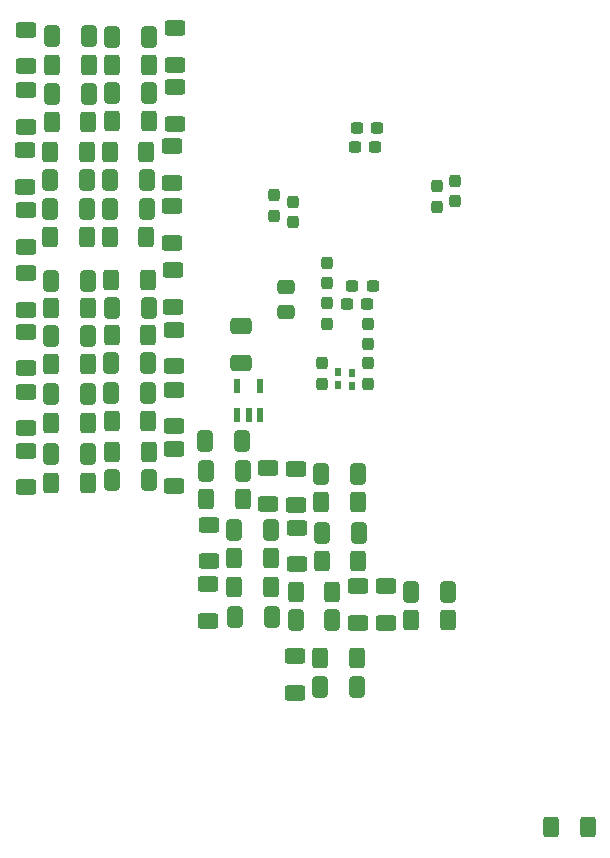
<source format=gbr>
%TF.GenerationSoftware,KiCad,Pcbnew,(6.0.7)*%
%TF.CreationDate,2023-05-13T08:51:53+05:30*%
%TF.ProjectId,DSP_board,4453505f-626f-4617-9264-2e6b69636164,rev?*%
%TF.SameCoordinates,Original*%
%TF.FileFunction,Paste,Bot*%
%TF.FilePolarity,Positive*%
%FSLAX46Y46*%
G04 Gerber Fmt 4.6, Leading zero omitted, Abs format (unit mm)*
G04 Created by KiCad (PCBNEW (6.0.7)) date 2023-05-13 08:51:53*
%MOMM*%
%LPD*%
G01*
G04 APERTURE LIST*
G04 Aperture macros list*
%AMRoundRect*
0 Rectangle with rounded corners*
0 $1 Rounding radius*
0 $2 $3 $4 $5 $6 $7 $8 $9 X,Y pos of 4 corners*
0 Add a 4 corners polygon primitive as box body*
4,1,4,$2,$3,$4,$5,$6,$7,$8,$9,$2,$3,0*
0 Add four circle primitives for the rounded corners*
1,1,$1+$1,$2,$3*
1,1,$1+$1,$4,$5*
1,1,$1+$1,$6,$7*
1,1,$1+$1,$8,$9*
0 Add four rect primitives between the rounded corners*
20,1,$1+$1,$2,$3,$4,$5,0*
20,1,$1+$1,$4,$5,$6,$7,0*
20,1,$1+$1,$6,$7,$8,$9,0*
20,1,$1+$1,$8,$9,$2,$3,0*%
G04 Aperture macros list end*
%ADD10RoundRect,0.250000X0.412500X0.650000X-0.412500X0.650000X-0.412500X-0.650000X0.412500X-0.650000X0*%
%ADD11RoundRect,0.250000X-0.625000X0.400000X-0.625000X-0.400000X0.625000X-0.400000X0.625000X0.400000X0*%
%ADD12RoundRect,0.237500X-0.237500X0.300000X-0.237500X-0.300000X0.237500X-0.300000X0.237500X0.300000X0*%
%ADD13RoundRect,0.250000X0.625000X-0.400000X0.625000X0.400000X-0.625000X0.400000X-0.625000X-0.400000X0*%
%ADD14RoundRect,0.250000X-0.400000X-0.625000X0.400000X-0.625000X0.400000X0.625000X-0.400000X0.625000X0*%
%ADD15RoundRect,0.250000X0.400000X0.625000X-0.400000X0.625000X-0.400000X-0.625000X0.400000X-0.625000X0*%
%ADD16RoundRect,0.250000X-0.412500X-0.650000X0.412500X-0.650000X0.412500X0.650000X-0.412500X0.650000X0*%
%ADD17RoundRect,0.237500X-0.300000X-0.237500X0.300000X-0.237500X0.300000X0.237500X-0.300000X0.237500X0*%
%ADD18R,0.600000X0.750000*%
%ADD19RoundRect,0.237500X0.237500X-0.300000X0.237500X0.300000X-0.237500X0.300000X-0.237500X-0.300000X0*%
%ADD20RoundRect,0.237500X0.300000X0.237500X-0.300000X0.237500X-0.300000X-0.237500X0.300000X-0.237500X0*%
%ADD21RoundRect,0.250000X-0.650000X0.412500X-0.650000X-0.412500X0.650000X-0.412500X0.650000X0.412500X0*%
%ADD22RoundRect,0.250000X-0.475000X0.337500X-0.475000X-0.337500X0.475000X-0.337500X0.475000X0.337500X0*%
%ADD23R,0.600000X1.250000*%
G04 APERTURE END LIST*
D10*
%TO.C,C26*%
X122700000Y-110998750D03*
X119575000Y-110998750D03*
%TD*%
D11*
%TO.C,R26*%
X104358000Y-73610000D03*
X104358000Y-76710000D03*
%TD*%
D12*
%TO.C,Cvdda_2*%
X129820000Y-96777000D03*
X129820000Y-98502000D03*
%TD*%
D13*
%TO.C,R78*%
X119810000Y-123630000D03*
X119810000Y-120530000D03*
%TD*%
D14*
%TO.C,R32*%
X127200000Y-121201250D03*
X130300000Y-121201250D03*
%TD*%
D15*
%TO.C,R65*%
X140090000Y-123620000D03*
X136990000Y-123620000D03*
%TD*%
D12*
%TO.C,Cvdd_4*%
X126950000Y-88177000D03*
X126950000Y-89902000D03*
%TD*%
D16*
%TO.C,C15*%
X111475500Y-88780000D03*
X114600500Y-88780000D03*
%TD*%
%TO.C,C2*%
X121957500Y-115960000D03*
X125082500Y-115960000D03*
%TD*%
D11*
%TO.C,R67*%
X116950500Y-73467500D03*
X116950500Y-76567500D03*
%TD*%
D14*
%TO.C,R55*%
X106522500Y-111946250D03*
X109622500Y-111946250D03*
%TD*%
D11*
%TO.C,R77*%
X127250000Y-110760000D03*
X127250000Y-113860000D03*
%TD*%
%TO.C,R75*%
X124817500Y-110701750D03*
X124817500Y-113801750D03*
%TD*%
D10*
%TO.C,C11*%
X109550500Y-88770000D03*
X106425500Y-88770000D03*
%TD*%
D15*
%TO.C,R8*%
X132490000Y-118600000D03*
X129390000Y-118600000D03*
%TD*%
D17*
%TO.C,Cvdd_1*%
X132387500Y-81950000D03*
X134112500Y-81950000D03*
%TD*%
D14*
%TO.C,R72*%
X111615000Y-99488750D03*
X114715000Y-99488750D03*
%TD*%
D15*
%TO.C,R15*%
X109580000Y-101920000D03*
X106480000Y-101920000D03*
%TD*%
D16*
%TO.C,C4*%
X129417500Y-116210000D03*
X132542500Y-116210000D03*
%TD*%
D18*
%TO.C,FB2*%
X130800000Y-102610000D03*
X130800000Y-103710000D03*
%TD*%
D19*
%TO.C,Cvdd_3*%
X140730000Y-88102000D03*
X140730000Y-86377000D03*
%TD*%
D15*
%TO.C,R13*%
X109600000Y-106910000D03*
X106500000Y-106910000D03*
%TD*%
D10*
%TO.C,C8*%
X130312500Y-123571250D03*
X127187500Y-123571250D03*
%TD*%
D13*
%TO.C,R66*%
X116900000Y-107180000D03*
X116900000Y-104080000D03*
%TD*%
D15*
%TO.C,R1*%
X109638000Y-81420000D03*
X106538000Y-81420000D03*
%TD*%
D16*
%TO.C,C6*%
X106497500Y-99570000D03*
X109622500Y-99570000D03*
%TD*%
D20*
%TO.C,Cvdd_2*%
X133252500Y-96829500D03*
X131527500Y-96829500D03*
%TD*%
D10*
%TO.C,C12*%
X109683000Y-74126250D03*
X106558000Y-74126250D03*
%TD*%
D19*
%TO.C,C18*%
X129430000Y-103592500D03*
X129430000Y-101867500D03*
%TD*%
D13*
%TO.C,R21*%
X116948000Y-81553750D03*
X116948000Y-78453750D03*
%TD*%
D16*
%TO.C,C5*%
X106507500Y-104480000D03*
X109632500Y-104480000D03*
%TD*%
D17*
%TO.C,Cvddio_3*%
X132187500Y-83499500D03*
X133912500Y-83499500D03*
%TD*%
D10*
%TO.C,C14*%
X109615000Y-94850000D03*
X106490000Y-94850000D03*
%TD*%
D13*
%TO.C,R3*%
X104348000Y-81830000D03*
X104348000Y-78730000D03*
%TD*%
D14*
%TO.C,R73*%
X119607500Y-113368750D03*
X122707500Y-113368750D03*
%TD*%
D15*
%TO.C,R76*%
X132480000Y-113610000D03*
X129380000Y-113610000D03*
%TD*%
D16*
%TO.C,C22*%
X111615000Y-97150000D03*
X114740000Y-97150000D03*
%TD*%
D10*
%TO.C,C27*%
X122642500Y-108460000D03*
X119517500Y-108460000D03*
%TD*%
D13*
%TO.C,R57*%
X127140000Y-129750000D03*
X127140000Y-126650000D03*
%TD*%
D16*
%TO.C,C23*%
X136977500Y-121210000D03*
X140102500Y-121210000D03*
%TD*%
D13*
%TO.C,R2*%
X119840000Y-118630000D03*
X119840000Y-115530000D03*
%TD*%
%TO.C,R71*%
X116867500Y-102120000D03*
X116867500Y-99020000D03*
%TD*%
D14*
%TO.C,R53*%
X106438000Y-91140000D03*
X109538000Y-91140000D03*
%TD*%
D13*
%TO.C,R59*%
X116748000Y-91630000D03*
X116748000Y-88530000D03*
%TD*%
D14*
%TO.C,R23*%
X111665500Y-81350000D03*
X114765500Y-81350000D03*
%TD*%
D10*
%TO.C,C24*%
X114722500Y-104400000D03*
X111597500Y-104400000D03*
%TD*%
D13*
%TO.C,R16*%
X116728000Y-86590000D03*
X116728000Y-83490000D03*
%TD*%
%TO.C,R5*%
X127270000Y-118860000D03*
X127270000Y-115760000D03*
%TD*%
D14*
%TO.C,R41*%
X148810000Y-141130000D03*
X151910000Y-141130000D03*
%TD*%
D16*
%TO.C,C10*%
X129297500Y-129280000D03*
X132422500Y-129280000D03*
%TD*%
D19*
%TO.C,C16*%
X133310000Y-103592500D03*
X133310000Y-101867500D03*
%TD*%
D13*
%TO.C,R29*%
X104328000Y-92000000D03*
X104328000Y-88900000D03*
%TD*%
D15*
%TO.C,R62*%
X114548000Y-91170000D03*
X111448000Y-91170000D03*
%TD*%
D10*
%TO.C,C9*%
X114768000Y-78980000D03*
X111643000Y-78980000D03*
%TD*%
%TO.C,C13*%
X109635000Y-109506250D03*
X106510000Y-109506250D03*
%TD*%
D19*
%TO.C,Cvdda_1*%
X129820000Y-95052000D03*
X129820000Y-93327000D03*
%TD*%
D18*
%TO.C,FB1*%
X131970000Y-102640000D03*
X131970000Y-103740000D03*
%TD*%
D13*
%TO.C,R25*%
X104330000Y-107350000D03*
X104330000Y-104250000D03*
%TD*%
D14*
%TO.C,R54*%
X106525000Y-97200000D03*
X109625000Y-97200000D03*
%TD*%
D16*
%TO.C,C20*%
X111657500Y-111700000D03*
X114782500Y-111700000D03*
%TD*%
D20*
%TO.C,Cvddio_2*%
X133712500Y-95279500D03*
X131987500Y-95279500D03*
%TD*%
D15*
%TO.C,R63*%
X114687500Y-94770000D03*
X111587500Y-94770000D03*
%TD*%
D14*
%TO.C,R36*%
X106590500Y-76586250D03*
X109690500Y-76586250D03*
%TD*%
D13*
%TO.C,R7*%
X104270500Y-86920000D03*
X104270500Y-83820000D03*
%TD*%
D16*
%TO.C,C30*%
X129357500Y-111250000D03*
X132482500Y-111250000D03*
%TD*%
D15*
%TO.C,R64*%
X114780000Y-109360000D03*
X111680000Y-109360000D03*
%TD*%
D11*
%TO.C,R28*%
X104350000Y-94200000D03*
X104350000Y-97300000D03*
%TD*%
%TO.C,R19*%
X104360000Y-99190000D03*
X104360000Y-102290000D03*
%TD*%
D10*
%TO.C,C7*%
X114570500Y-86340000D03*
X111445500Y-86340000D03*
%TD*%
D15*
%TO.C,R60*%
X114768000Y-76573750D03*
X111668000Y-76573750D03*
%TD*%
D13*
%TO.C,R61*%
X116890000Y-112210000D03*
X116890000Y-109110000D03*
%TD*%
D19*
%TO.C,Cvddio_1*%
X139190000Y-88602000D03*
X139190000Y-86877000D03*
%TD*%
D21*
%TO.C,C29*%
X122590000Y-98697500D03*
X122590000Y-101822500D03*
%TD*%
D22*
%TO.C,C19*%
X126390000Y-95432500D03*
X126390000Y-97507500D03*
%TD*%
D15*
%TO.C,R4*%
X125070000Y-118370000D03*
X121970000Y-118370000D03*
%TD*%
D10*
%TO.C,C28*%
X125162500Y-123340000D03*
X122037500Y-123340000D03*
%TD*%
D23*
%TO.C,LDO1*%
X124170000Y-106250000D03*
X123220000Y-106250000D03*
X122270000Y-106250000D03*
X122270000Y-103750000D03*
X124170000Y-103750000D03*
%TD*%
D14*
%TO.C,R70*%
X111620000Y-106760000D03*
X114720000Y-106760000D03*
%TD*%
D13*
%TO.C,R69*%
X116847500Y-97090000D03*
X116847500Y-93990000D03*
%TD*%
D16*
%TO.C,C3*%
X106438000Y-86360000D03*
X109563000Y-86360000D03*
%TD*%
D11*
%TO.C,R56*%
X132450000Y-120721250D03*
X132450000Y-123821250D03*
%TD*%
D14*
%TO.C,R68*%
X111458000Y-83960000D03*
X114558000Y-83960000D03*
%TD*%
D15*
%TO.C,R33*%
X132370000Y-126830000D03*
X129270000Y-126830000D03*
%TD*%
D12*
%TO.C,C17*%
X133310000Y-98497500D03*
X133310000Y-100222500D03*
%TD*%
%TO.C,Cvddio_4*%
X125360000Y-87617000D03*
X125360000Y-89342000D03*
%TD*%
D16*
%TO.C,C1*%
X106535500Y-79040000D03*
X109660500Y-79040000D03*
%TD*%
D15*
%TO.C,R6*%
X109520500Y-83970000D03*
X106420500Y-83970000D03*
%TD*%
D13*
%TO.C,R35*%
X104332500Y-112366250D03*
X104332500Y-109266250D03*
%TD*%
D16*
%TO.C,C21*%
X111635500Y-74203750D03*
X114760500Y-74203750D03*
%TD*%
D14*
%TO.C,R74*%
X121990000Y-120810000D03*
X125090000Y-120810000D03*
%TD*%
D11*
%TO.C,R58*%
X134820000Y-120740000D03*
X134820000Y-123840000D03*
%TD*%
D10*
%TO.C,C25*%
X114727500Y-101858750D03*
X111602500Y-101858750D03*
%TD*%
M02*

</source>
